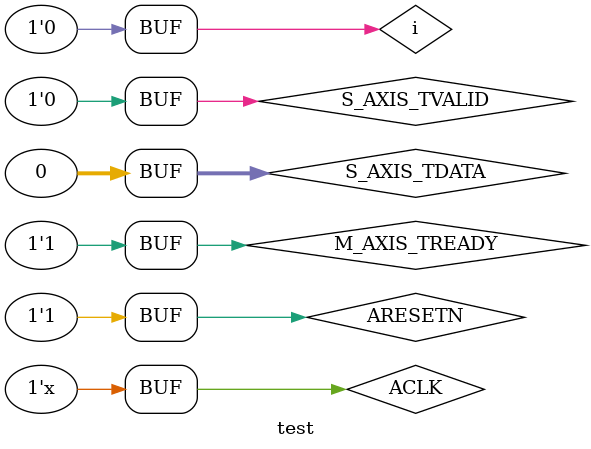
<source format=v>
`timescale 1ns / 1ps

module test(

    );
	reg ACLK, ARESETN;
    reg [31:0]S_AXIS_TDATA;
    reg S_AXIS_TVALID, M_AXIS_TREADY, S_AXIS_TLAST;
    wire [31:0]M_AXIS_TDATA;
    wire M_AXIS_TVALID, S_AXIS_TREADY;

    myip_v1_0 dut(ACLK,
        ARESETN,
        S_AXIS_TREADY,
        S_AXIS_TDATA,
        S_AXIS_TLAST,
        S_AXIS_TVALID,
        M_AXIS_TVALID,
        M_AXIS_TDATA,
        M_AXIS_TLAST,
        M_AXIS_TREADY);

    reg i;
    initial begin
        ACLK = 0;
        i = 0;
        #3;
        ARESETN = 0;
        #20; 
        ARESETN = 1; 
        M_AXIS_TREADY = 1;
        #10;
        S_AXIS_TVALID = 1;
        #10;
        S_AXIS_TDATA = 32'd196;
        #10;
        S_AXIS_TDATA = 32'd204;
        #10;
        S_AXIS_TDATA = 32'd200;
        #10;
        S_AXIS_TDATA = 32'd128;
        #10;
        S_AXIS_TDATA = 32'd228;
        #10;
        S_AXIS_TDATA = 32'd204;
        #10;
        S_AXIS_TDATA = 32'd128;
        #10;
        S_AXIS_TDATA = 32'd212;
        #10;
        S_AXIS_TDATA = 32'd200;
        #10;
        S_AXIS_TDATA = 32'd128;
        #10;
        S_AXIS_TDATA = 32'd192;
        #10;
        S_AXIS_TDATA = 32'd128;
        #10;
        S_AXIS_TDATA = 32'd228;
        #10;
        S_AXIS_TDATA = 32'd204;
        #10;
        S_AXIS_TDATA = 32'd128;
        #10;
        S_AXIS_TDATA = 32'd196;
        #10;
        S_AXIS_TDATA = 32'd220;
        #10;
        S_AXIS_TDATA = 32'd196;
        #10;
        S_AXIS_TDATA = 32'd128;
        #10;
        S_AXIS_TDATA = 32'd200;
        #10;
        S_AXIS_TDATA = 32'd192;
        #10;
        S_AXIS_TDATA = 32'd220;
        #10;
        S_AXIS_TDATA = 32'd128;
        #10;
        S_AXIS_TDATA = 32'd200;
        #10;
        S_AXIS_TDATA = 32'd228;
        #10;
        S_AXIS_TDATA = 32'd128;
        #10;
        S_AXIS_TDATA = 32'd200;
        #10;
        S_AXIS_TDATA = 32'd212;
        #10;
        S_AXIS_TDATA = 32'd212;
        #10;
        S_AXIS_TDATA = 32'd128;
        #10;
        S_AXIS_TDATA = 32'd196;
        #10;
        S_AXIS_TDATA = 32'd224;
        #10;
        S_AXIS_TDATA = 32'd220;
        #10;
        S_AXIS_TDATA = 32'd128;
        #10;
        S_AXIS_TDATA = 32'd196;
        #10;
        S_AXIS_TDATA = 32'd220;
        #10;
        S_AXIS_TDATA = 32'd208;
        #10;
        S_AXIS_TDATA = 32'd128;
        #10;
        S_AXIS_TDATA = 32'd196;
        #10;
        S_AXIS_TDATA = 32'd212;
        #10;
        S_AXIS_TDATA = 32'd212;
        #10;
        S_AXIS_TDATA = 32'd128;
        #10;
        S_AXIS_TDATA = 32'd200;
        #10;
        S_AXIS_TDATA = 32'd196;
        #10;
        S_AXIS_TDATA = 32'd192;
        #10;
        S_AXIS_TDATA = 32'd52;
        #10;
        S_AXIS_TDATA = 32'd40;
        #10;
        S_AXIS_TDATA = 32'd196;
        #10;
        S_AXIS_TDATA = 32'd228;
        #10;
        S_AXIS_TDATA = 32'd204;
        #10;
        S_AXIS_TDATA = 32'd128;
        #10;
        S_AXIS_TDATA = 32'd224;
        #10;
        S_AXIS_TDATA = 32'd228;
        #10;
        S_AXIS_TDATA = 32'd128;
        #10;
        S_AXIS_TDATA = 32'd196;
        #10;
        S_AXIS_TDATA = 32'd224;
        #10;
        S_AXIS_TDATA = 32'd200;
        #10;
        S_AXIS_TDATA = 32'd128;
        #10;
        S_AXIS_TDATA = 32'd224;
        #10;
        S_AXIS_TDATA = 32'd208;
        #10;
        S_AXIS_TDATA = 32'd128;
        #10;
        S_AXIS_TDATA = 32'd196;
        #10;
        S_AXIS_TDATA = 32'd192;
        #10;
        S_AXIS_TDATA = 32'd200;
        #10;
        S_AXIS_TDATA = 32'd128;
        #10;
        S_AXIS_TDATA = 32'd196;
        #10;
        S_AXIS_TDATA = 32'd208;
        #10;
        S_AXIS_TDATA = 32'd208;
        #10;
        S_AXIS_TDATA = 32'd128;
        #10;
        S_AXIS_TDATA = 32'd196;
        #10;
        S_AXIS_TDATA = 32'd228;
        #10;
        S_AXIS_TDATA = 32'd192;
        #10;
        S_AXIS_TDATA = 32'd128;
        #10;
        S_AXIS_TDATA = 32'd212;
        #10;
        S_AXIS_TDATA = 32'd212;
        #10;
        S_AXIS_TDATA = 32'd128;
        #10;
        S_AXIS_TDATA = 32'd200;
        #10;
        S_AXIS_TDATA = 32'd192;
        #10;
        S_AXIS_TDATA = 32'd216;
        #10;
        S_AXIS_TDATA = 32'd128;
        #10;
        S_AXIS_TDATA = 32'd196;
        #10;
        S_AXIS_TDATA = 32'd208;
        #10;
        S_AXIS_TDATA = 32'd204;
        #10;
        S_AXIS_TDATA = 32'd128;
        #10;
        S_AXIS_TDATA = 32'd200;
        #10;
        S_AXIS_TDATA = 32'd192;
        #10;
        S_AXIS_TDATA = 32'd220;
        #10;
        S_AXIS_TDATA = 32'd128;
        #10;
        S_AXIS_TDATA = 32'd196;
        #10;
        S_AXIS_TDATA = 32'd228;
        #10;
        S_AXIS_TDATA = 32'd216;
        #10;
        S_AXIS_TDATA = 32'd128;
        #10;
        S_AXIS_TDATA = 32'd200;
        #10;
        S_AXIS_TDATA = 32'd204;
        #10;
        S_AXIS_TDATA = 32'd204;
        #10;
        S_AXIS_TDATA = 32'd52;
        #10;
        S_AXIS_TDATA = 32'd40;
        #10;
        S_AXIS_TDATA = 32'd196;
        #10;
        S_AXIS_TDATA = 32'd228;
        #10;
        S_AXIS_TDATA = 32'd204;
        #10;
        S_AXIS_TDATA = 32'd128;
        #10;
        S_AXIS_TDATA = 32'd228;
        #10;
        S_AXIS_TDATA = 32'd208;
        #10;
        S_AXIS_TDATA = 32'd128;
        #10;
        S_AXIS_TDATA = 32'd196;
        #10;
        S_AXIS_TDATA = 32'd208;
        #10;
        S_AXIS_TDATA = 32'd192;
        #10;
        S_AXIS_TDATA = 32'd128;
        #10;
        S_AXIS_TDATA = 32'd200;
        #10;
        S_AXIS_TDATA = 32'd204;
        #10;
        S_AXIS_TDATA = 32'd128;
        #10;
        S_AXIS_TDATA = 32'd196;
        #10;
        S_AXIS_TDATA = 32'd220;
        #10;
        S_AXIS_TDATA = 32'd224;
        #10;
        S_AXIS_TDATA = 32'd128;
        #10;
        S_AXIS_TDATA = 32'd200;
        #10;
        S_AXIS_TDATA = 32'd212;
        #10;
        S_AXIS_TDATA = 32'd212;
        #10;
        S_AXIS_TDATA = 32'd128;
        #10;
        S_AXIS_TDATA = 32'd200;
        #10;
        S_AXIS_TDATA = 32'd204;
        #10;
        S_AXIS_TDATA = 32'd224;
        #10;
        S_AXIS_TDATA = 32'd128;
        #10;
        S_AXIS_TDATA = 32'd196;
        #10;
        S_AXIS_TDATA = 32'd192;
        #10;
        S_AXIS_TDATA = 32'd216;
        #10;
        S_AXIS_TDATA = 32'd128;
        #10;
        S_AXIS_TDATA = 32'd196;
        #10;
        S_AXIS_TDATA = 32'd212;
        #10;
        S_AXIS_TDATA = 32'd228;
        #10;
        S_AXIS_TDATA = 32'd128;
        #10;
        S_AXIS_TDATA = 32'd196;
        #10;
        S_AXIS_TDATA = 32'd224;
        #10;
        S_AXIS_TDATA = 32'd204;
        #10;
        S_AXIS_TDATA = 32'd128;
        #10;
        S_AXIS_TDATA = 32'd196;
        #10;
        S_AXIS_TDATA = 32'd208;
        #10;
        S_AXIS_TDATA = 32'd204;
        #10;
        S_AXIS_TDATA = 32'd128;
        #10;
        S_AXIS_TDATA = 32'd196;
        #10;
        S_AXIS_TDATA = 32'd224;
        #10;
        S_AXIS_TDATA = 32'd216;
        #10;
        S_AXIS_TDATA = 32'd128;
        #10;
        S_AXIS_TDATA = 32'd200;
        #10;
        S_AXIS_TDATA = 32'd196;
        #10;
        S_AXIS_TDATA = 32'd224;
        #10;
        S_AXIS_TDATA = 32'd52;
        #10;
        S_AXIS_TDATA = 32'd40;
        #10;
        S_AXIS_TDATA = 32'd196;
        #10;
        S_AXIS_TDATA = 32'd224;
        #10;
        S_AXIS_TDATA = 32'd228;
        #10;
        S_AXIS_TDATA = 32'd128;
        #10;
        S_AXIS_TDATA = 32'd196;
        #10;
        S_AXIS_TDATA = 32'd192;
        #10;
        S_AXIS_TDATA = 32'd204;
        #10;
        S_AXIS_TDATA = 32'd128;
        #10;
        S_AXIS_TDATA = 32'd200;
        #10;
        S_AXIS_TDATA = 32'd192;
        #10;
        S_AXIS_TDATA = 32'd196;
        #10;
        S_AXIS_TDATA = 32'd128;
        #10;
        S_AXIS_TDATA = 32'd224;
        #10;
        S_AXIS_TDATA = 32'd200;
        #10;
        S_AXIS_TDATA = 32'd128;
        #10;
        S_AXIS_TDATA = 32'd196;
        #10;
        S_AXIS_TDATA = 32'd228;
        #10;
        S_AXIS_TDATA = 32'd216;
        #10;
        S_AXIS_TDATA = 32'd128;
        #10;
        S_AXIS_TDATA = 32'd200;
        #10;
        S_AXIS_TDATA = 32'd192;
        #10;
        S_AXIS_TDATA = 32'd192;
        #10;
        S_AXIS_TDATA = 32'd128;
        #10;
        S_AXIS_TDATA = 32'd196;
        #10;
        S_AXIS_TDATA = 32'd220;
        #10;
        S_AXIS_TDATA = 32'd220;
        #10;
        S_AXIS_TDATA = 32'd128;
        #10;
        S_AXIS_TDATA = 32'd196;
        #10;
        S_AXIS_TDATA = 32'd208;
        #10;
        S_AXIS_TDATA = 32'd200;
        #10;
        S_AXIS_TDATA = 32'd128;
        #10;
        S_AXIS_TDATA = 32'd196;
        #10;
        S_AXIS_TDATA = 32'd204;
        #10;
        S_AXIS_TDATA = 32'd224;
        #10;
        S_AXIS_TDATA = 32'd128;
        #10;
        S_AXIS_TDATA = 32'd196;
        #10;
        S_AXIS_TDATA = 32'd216;
        #10;
        S_AXIS_TDATA = 32'd200;
        #10;
        S_AXIS_TDATA = 32'd128;
        #10;
        S_AXIS_TDATA = 32'd196;
        #10;
        S_AXIS_TDATA = 32'd220;
        #10;
        S_AXIS_TDATA = 32'd216;
        #10;
        S_AXIS_TDATA = 32'd128;
        #10;
        S_AXIS_TDATA = 32'd196;
        #10;
        S_AXIS_TDATA = 32'd212;
        #10;
        S_AXIS_TDATA = 32'd220;
        #10;
        S_AXIS_TDATA = 32'd128;
        #10;
        S_AXIS_TDATA = 32'd200;
        #10;
        S_AXIS_TDATA = 32'd212;
        #10;
        S_AXIS_TDATA = 32'd212;
        #10;
        S_AXIS_TDATA = 32'd52;
        #10;
        S_AXIS_TDATA = 32'd40;
        #10;
        S_AXIS_TDATA = 32'd196;
        #10;
        S_AXIS_TDATA = 32'd224;
        #10;
        S_AXIS_TDATA = 32'd216;
        #10;
        S_AXIS_TDATA = 32'd128;
        #10;
        S_AXIS_TDATA = 32'd228;
        #10;
        S_AXIS_TDATA = 32'd192;
        #10;
        S_AXIS_TDATA = 32'd128;
        #10;
        S_AXIS_TDATA = 32'd196;
        #10;
        S_AXIS_TDATA = 32'd192;
        #10;
        S_AXIS_TDATA = 32'd196;
        #10;
        S_AXIS_TDATA = 32'd128;
        #10;
        S_AXIS_TDATA = 32'd216;
        #10;
        S_AXIS_TDATA = 32'd228;
        #10;
        S_AXIS_TDATA = 32'd128;
        #10;
        S_AXIS_TDATA = 32'd200;
        #10;
        S_AXIS_TDATA = 32'd196;
        #10;
        S_AXIS_TDATA = 32'd192;
        #10;
        S_AXIS_TDATA = 32'd128;
        #10;
        S_AXIS_TDATA = 32'd196;
        #10;
        S_AXIS_TDATA = 32'd212;
        #10;
        S_AXIS_TDATA = 32'd228;
        #10;
        S_AXIS_TDATA = 32'd128;
        #10;
        S_AXIS_TDATA = 32'd196;
        #10;
        S_AXIS_TDATA = 32'd224;
        #10;
        S_AXIS_TDATA = 32'd208;
        #10;
        S_AXIS_TDATA = 32'd128;
        #10;
        S_AXIS_TDATA = 32'd212;
        #10;
        S_AXIS_TDATA = 32'd192;
        #10;
        S_AXIS_TDATA = 32'd128;
        #10;
        S_AXIS_TDATA = 32'd196;
        #10;
        S_AXIS_TDATA = 32'd204;
        #10;
        S_AXIS_TDATA = 32'd196;
        #10;
        S_AXIS_TDATA = 32'd128;
        #10;
        S_AXIS_TDATA = 32'd196;
        #10;
        S_AXIS_TDATA = 32'd212;
        #10;
        S_AXIS_TDATA = 32'd192;
        #10;
        S_AXIS_TDATA = 32'd128;
        #10;
        S_AXIS_TDATA = 32'd196;
        #10;
        S_AXIS_TDATA = 32'd196;
        #10;
        S_AXIS_TDATA = 32'd224;
        #10;
        S_AXIS_TDATA = 32'd128;
        #10;
        S_AXIS_TDATA = 32'd196;
        #10;
        S_AXIS_TDATA = 32'd224;
        #10;
        S_AXIS_TDATA = 32'd196;
        #10;
        S_AXIS_TDATA = 32'd128;
        #10;
        S_AXIS_TDATA = 32'd196;
        #10;
        S_AXIS_TDATA = 32'd228;
        #10;
        S_AXIS_TDATA = 32'd200;
        #10;
        S_AXIS_TDATA = 32'd52;
        #10;
        S_AXIS_TDATA = 32'd40;
        #10;
        S_AXIS_TDATA = 32'd196;
        #10;
        S_AXIS_TDATA = 32'd220;
        #10;
        S_AXIS_TDATA = 32'd200;
        #10;
        S_AXIS_TDATA = 32'd128;
        #10;
        S_AXIS_TDATA = 32'd228;
        #10;
        S_AXIS_TDATA = 32'd204;
        #10;
        S_AXIS_TDATA = 32'd128;
        #10;
        S_AXIS_TDATA = 32'd196;
        #10;
        S_AXIS_TDATA = 32'd212;
        #10;
        S_AXIS_TDATA = 32'd192;
        #10;
        S_AXIS_TDATA = 32'd128;
        #10;
        S_AXIS_TDATA = 32'd196;
        #10;
        S_AXIS_TDATA = 32'd208;
        #10;
        S_AXIS_TDATA = 32'd220;
        #10;
        S_AXIS_TDATA = 32'd128;
        #10;
        S_AXIS_TDATA = 32'd200;
        #10;
        S_AXIS_TDATA = 32'd192;
        #10;
        S_AXIS_TDATA = 32'd196;
        #10;
        S_AXIS_TDATA = 32'd128;
        #10;
        S_AXIS_TDATA = 32'd196;
        #10;
        S_AXIS_TDATA = 32'd228;
        #10;
        S_AXIS_TDATA = 32'd216;
        #10;
        S_AXIS_TDATA = 32'd128;
        #10;
        S_AXIS_TDATA = 32'd196;
        #10;
        S_AXIS_TDATA = 32'd220;
        #10;
        S_AXIS_TDATA = 32'd216;
        #10;
        S_AXIS_TDATA = 32'd128;
        #10;
        S_AXIS_TDATA = 32'd208;
        #10;
        S_AXIS_TDATA = 32'd212;
        #10;
        S_AXIS_TDATA = 32'd128;
        #10;
        S_AXIS_TDATA = 32'd200;
        #10;
        S_AXIS_TDATA = 32'd200;
        #10;
        S_AXIS_TDATA = 32'd208;
        #10;
        S_AXIS_TDATA = 32'd128;
        #10;
        S_AXIS_TDATA = 32'd196;
        #10;
        S_AXIS_TDATA = 32'd216;
        #10;
        S_AXIS_TDATA = 32'd196;
        #10;
        S_AXIS_TDATA = 32'd128;
        #10;
        S_AXIS_TDATA = 32'd196;
        #10;
        S_AXIS_TDATA = 32'd204;
        #10;
        S_AXIS_TDATA = 32'd208;
        #10;
        S_AXIS_TDATA = 32'd128;
        #10;
        S_AXIS_TDATA = 32'd196;
        #10;
        S_AXIS_TDATA = 32'd216;
        #10;
        S_AXIS_TDATA = 32'd216;
        #10;
        S_AXIS_TDATA = 32'd128;
        #10;
        S_AXIS_TDATA = 32'd200;
        #10;
        S_AXIS_TDATA = 32'd192;
        #10;
        S_AXIS_TDATA = 32'd208;
        #10;
        S_AXIS_TDATA = 32'd52;
        #10;
        S_AXIS_TDATA = 32'd40;
        #10;
        S_AXIS_TDATA = 32'd200;
        #10;
        S_AXIS_TDATA = 32'd200;
        #10;
        S_AXIS_TDATA = 32'd208;
        #10;
        S_AXIS_TDATA = 32'd128;
        #10;
        S_AXIS_TDATA = 32'd228;
        #10;
        S_AXIS_TDATA = 32'd200;
        #10;
        S_AXIS_TDATA = 32'd128;
        #10;
        S_AXIS_TDATA = 32'd196;
        #10;
        S_AXIS_TDATA = 32'd196;
        #10;
        S_AXIS_TDATA = 32'd200;
        #10;
        S_AXIS_TDATA = 32'd128;
        #10;
        S_AXIS_TDATA = 32'd216;
        #10;
        S_AXIS_TDATA = 32'd220;
        #10;
        S_AXIS_TDATA = 32'd128;
        #10;
        S_AXIS_TDATA = 32'd200;
        #10;
        S_AXIS_TDATA = 32'd196;
        #10;
        S_AXIS_TDATA = 32'd192;
        #10;
        S_AXIS_TDATA = 32'd128;
        #10;
        S_AXIS_TDATA = 32'd200;
        #10;
        S_AXIS_TDATA = 32'd200;
        #10;
        S_AXIS_TDATA = 32'd196;
        #10;
        S_AXIS_TDATA = 32'd128;
        #10;
        S_AXIS_TDATA = 32'd196;
        #10;
        S_AXIS_TDATA = 32'd228;
        #10;
        S_AXIS_TDATA = 32'd192;
        #10;
        S_AXIS_TDATA = 32'd128;
        #10;
        S_AXIS_TDATA = 32'd220;
        #10;
        S_AXIS_TDATA = 32'd216;
        #10;
        S_AXIS_TDATA = 32'd128;
        #10;
        S_AXIS_TDATA = 32'd196;
        #10;
        S_AXIS_TDATA = 32'd220;
        #10;
        S_AXIS_TDATA = 32'd220;
        #10;
        S_AXIS_TDATA = 32'd128;
        #10;
        S_AXIS_TDATA = 32'd196;
        #10;
        S_AXIS_TDATA = 32'd216;
        #10;
        S_AXIS_TDATA = 32'd208;
        #10;
        S_AXIS_TDATA = 32'd128;
        #10;
        S_AXIS_TDATA = 32'd196;
        #10;
        S_AXIS_TDATA = 32'd200;
        #10;
        S_AXIS_TDATA = 32'd204;
        #10;
        S_AXIS_TDATA = 32'd128;
        #10;
        S_AXIS_TDATA = 32'd196;
        #10;
        S_AXIS_TDATA = 32'd228;
        #10;
        S_AXIS_TDATA = 32'd196;
        #10;
        S_AXIS_TDATA = 32'd128;
        #10;
        S_AXIS_TDATA = 32'd196;
        #10;
        S_AXIS_TDATA = 32'd220;
        #10;
        S_AXIS_TDATA = 32'd204;
        #10;
        S_AXIS_TDATA = 32'd52;
        #10;
        S_AXIS_TDATA = 32'd40;
        #10;
        S_AXIS_TDATA = 32'd196;
        #10;
        S_AXIS_TDATA = 32'd212;
        #10;
        S_AXIS_TDATA = 32'd196;
        #10;
        S_AXIS_TDATA = 32'd128;
        #10;
        S_AXIS_TDATA = 32'd196;
        #10;
        S_AXIS_TDATA = 32'd192;
        #10;
        S_AXIS_TDATA = 32'd220;
        #10;
        S_AXIS_TDATA = 32'd128;
        #10;
        S_AXIS_TDATA = 32'd200;
        #10;
        S_AXIS_TDATA = 32'd192;
        #10;
        S_AXIS_TDATA = 32'd196;
        #10;
        S_AXIS_TDATA = 32'd128;
        #10;
        S_AXIS_TDATA = 32'd220;
        #10;
        S_AXIS_TDATA = 32'd216;
        #10;
        S_AXIS_TDATA = 32'd128;
        #10;
        S_AXIS_TDATA = 32'd196;
        #10;
        S_AXIS_TDATA = 32'd204;
        #10;
        S_AXIS_TDATA = 32'd224;
        #10;
        S_AXIS_TDATA = 32'd128;
        #10;
        S_AXIS_TDATA = 32'd200;
        #10;
        S_AXIS_TDATA = 32'd192;
        #10;
        S_AXIS_TDATA = 32'd192;
        #10;
        S_AXIS_TDATA = 32'd128;
        #10;
        S_AXIS_TDATA = 32'd200;
        #10;
        S_AXIS_TDATA = 32'd192;
        #10;
        S_AXIS_TDATA = 32'd212;
        #10;
        S_AXIS_TDATA = 32'd128;
        #10;
        S_AXIS_TDATA = 32'd196;
        #10;
        S_AXIS_TDATA = 32'd192;
        #10;
        S_AXIS_TDATA = 32'd196;
        #10;
        S_AXIS_TDATA = 32'd128;
        #10;
        S_AXIS_TDATA = 32'd196;
        #10;
        S_AXIS_TDATA = 32'd204;
        #10;
        S_AXIS_TDATA = 32'd216;
        #10;
        S_AXIS_TDATA = 32'd128;
        #10;
        S_AXIS_TDATA = 32'd196;
        #10;
        S_AXIS_TDATA = 32'd212;
        #10;
        S_AXIS_TDATA = 32'd208;
        #10;
        S_AXIS_TDATA = 32'd128;
        #10;
        S_AXIS_TDATA = 32'd196;
        #10;
        S_AXIS_TDATA = 32'd216;
        #10;
        S_AXIS_TDATA = 32'd192;
        #10;
        S_AXIS_TDATA = 32'd128;
        #10;
        S_AXIS_TDATA = 32'd196;
        #10;
        S_AXIS_TDATA = 32'd208;
        #10;
        S_AXIS_TDATA = 32'd228;
        #10;
        S_AXIS_TDATA = 32'd128;
        #10;
        S_AXIS_TDATA = 32'd200;
        #10;
        S_AXIS_TDATA = 32'd204;
        #10;
        S_AXIS_TDATA = 32'd208;
        #10;
        S_AXIS_TDATA = 32'd52;
        #10;
        S_AXIS_TDATA = 32'd40;
        #10;
        S_AXIS_TDATA = 32'd196;
        #10;
        S_AXIS_TDATA = 32'd224;
        #10;
        S_AXIS_TDATA = 32'd212;
        #10;
        S_AXIS_TDATA = 32'd128;
        #10;
        S_AXIS_TDATA = 32'd220;
        #10;
        S_AXIS_TDATA = 32'd216;
        #10;
        S_AXIS_TDATA = 32'd128;
        #10;
        S_AXIS_TDATA = 32'd196;
        #10;
        S_AXIS_TDATA = 32'd212;
        #10;
        S_AXIS_TDATA = 32'd228;
        #10;
        S_AXIS_TDATA = 32'd128;
        #10;
        S_AXIS_TDATA = 32'd220;
        #10;
        S_AXIS_TDATA = 32'd208;
        #10;
        S_AXIS_TDATA = 32'd128;
        #10;
        S_AXIS_TDATA = 32'd196;
        #10;
        S_AXIS_TDATA = 32'd216;
        #10;
        S_AXIS_TDATA = 32'd212;
        #10;
        S_AXIS_TDATA = 32'd128;
        #10;
        S_AXIS_TDATA = 32'd200;
        #10;
        S_AXIS_TDATA = 32'd208;
        #10;
        S_AXIS_TDATA = 32'd196;
        #10;
        S_AXIS_TDATA = 32'd128;
        #10;
        S_AXIS_TDATA = 32'd200;
        #10;
        S_AXIS_TDATA = 32'd204;
        #10;
        S_AXIS_TDATA = 32'd204;
        #10;
        S_AXIS_TDATA = 32'd128;
        #10;
        S_AXIS_TDATA = 32'd208;
        #10;
        S_AXIS_TDATA = 32'd192;
        #10;
        S_AXIS_TDATA = 32'd128;
        #10;
        S_AXIS_TDATA = 32'd196;
        #10;
        S_AXIS_TDATA = 32'd220;
        #10;
        S_AXIS_TDATA = 32'd224;
        #10;
        S_AXIS_TDATA = 32'd128;
        #10;
        S_AXIS_TDATA = 32'd196;
        #10;
        S_AXIS_TDATA = 32'd220;
        #10;
        S_AXIS_TDATA = 32'd216;
        #10;
        S_AXIS_TDATA = 32'd128;
        #10;
        S_AXIS_TDATA = 32'd196;
        #10;
        S_AXIS_TDATA = 32'd192;
        #10;
        S_AXIS_TDATA = 32'd228;
        #10;
        S_AXIS_TDATA = 32'd128;
        #10;
        S_AXIS_TDATA = 32'd196;
        #10;
        S_AXIS_TDATA = 32'd212;
        #10;
        S_AXIS_TDATA = 32'd196;
        #10;
        S_AXIS_TDATA = 32'd128;
        #10;
        S_AXIS_TDATA = 32'd200;
        #10;
        S_AXIS_TDATA = 32'd204;
        #10;
        S_AXIS_TDATA = 32'd220;
        #10;
        S_AXIS_TDATA = 32'd52;
        #10;
        S_AXIS_TDATA = 32'd40;
        #10;
        S_AXIS_TDATA = 32'd208;
        #10;
        S_AXIS_TDATA = 32'd228;
        #10;
        S_AXIS_TDATA = 32'd128;
        #10;
        S_AXIS_TDATA = 32'd196;
        #10;
        S_AXIS_TDATA = 32'd228;
        #10;
        S_AXIS_TDATA = 32'd196;
        #10;
        S_AXIS_TDATA = 32'd128;
        #10;
        S_AXIS_TDATA = 32'd208;
        #10;
        S_AXIS_TDATA = 32'd200;
        #10;
        S_AXIS_TDATA = 32'd128;
        #10;
        S_AXIS_TDATA = 32'd196;
        #10;
        S_AXIS_TDATA = 32'd196;
        #10;
        S_AXIS_TDATA = 32'd228;
        #10;
        S_AXIS_TDATA = 32'd128;
        #10;
        S_AXIS_TDATA = 32'd220;
        #10;
        S_AXIS_TDATA = 32'd196;
        #10;
        S_AXIS_TDATA = 32'd128;
        #10;
        S_AXIS_TDATA = 32'd228;
        #10;
        S_AXIS_TDATA = 32'd224;
        #10;
        S_AXIS_TDATA = 32'd128;
        #10;
        S_AXIS_TDATA = 32'd196;
        #10;
        S_AXIS_TDATA = 32'd192;
        #10;
        S_AXIS_TDATA = 32'd204;
        #10;
        S_AXIS_TDATA = 32'd128;
        #10;
        S_AXIS_TDATA = 32'd196;
        #10;
        S_AXIS_TDATA = 32'd204;
        #10;
        S_AXIS_TDATA = 32'd200;
        #10;
        S_AXIS_TDATA = 32'd128;
        #10;
        S_AXIS_TDATA = 32'd196;
        #10;
        S_AXIS_TDATA = 32'd212;
        #10;
        S_AXIS_TDATA = 32'd228;
        #10;
        S_AXIS_TDATA = 32'd128;
        #10;
        S_AXIS_TDATA = 32'd200;
        #10;
        S_AXIS_TDATA = 32'd208;
        #10;
        S_AXIS_TDATA = 32'd128;
        #10;
        S_AXIS_TDATA = 32'd196;
        #10;
        S_AXIS_TDATA = 32'd200;
        #10;
        S_AXIS_TDATA = 32'd192;
        #10;
        S_AXIS_TDATA = 32'd128;
        #10;
        S_AXIS_TDATA = 32'd196;
        #10;
        S_AXIS_TDATA = 32'd216;
        #10;
        S_AXIS_TDATA = 32'd224;
        #10;
        S_AXIS_TDATA = 32'd128;
        #10;
        S_AXIS_TDATA = 32'd228;
        #10;
        S_AXIS_TDATA = 32'd196;
        #10;
        S_AXIS_TDATA = 32'd52;
        #10;
        S_AXIS_TDATA = 32'd40;
        #10;
        S_AXIS_TDATA = 32'd216;
        #10;
        S_AXIS_TDATA = 32'd128;
        #10;
        S_AXIS_TDATA = 32'd196;
        #10;
        S_AXIS_TDATA = 32'd204;
        #10;
        S_AXIS_TDATA = 32'd200;
        #10;
        S_AXIS_TDATA = 32'd128;
        #10;
        S_AXIS_TDATA = 32'd196;
        #10;
        S_AXIS_TDATA = 32'd208;
        #10;
        S_AXIS_TDATA = 32'd192;
        #10;
        S_AXIS_TDATA = 32'd128;
        #10;
        S_AXIS_TDATA = 32'd196;
        #10;
        S_AXIS_TDATA = 32'd204;
        #10;
        S_AXIS_TDATA = 32'd224;
        #10;
        S_AXIS_TDATA = 32'd128;
        #10;
        S_AXIS_TDATA = 32'd196;
        #10;
        S_AXIS_TDATA = 32'd196;
        #10;
        S_AXIS_TDATA = 32'd196;
        #10;
        S_AXIS_TDATA = 32'd128;
        #10;
        S_AXIS_TDATA = 32'd196;
        #10;
        S_AXIS_TDATA = 32'd228;
        #10;
        S_AXIS_TDATA = 32'd192;
        #10;
        S_AXIS_TDATA = 32'd128;
        #10;
        S_AXIS_TDATA = 32'd196;
        #10;
        S_AXIS_TDATA = 32'd220;
        #10;
        S_AXIS_TDATA = 32'd220;
        #10;
        S_AXIS_TDATA = 32'd128;
        #10;
        S_AXIS_TDATA = 32'd196;
        #10;
        S_AXIS_TDATA = 32'd192;
        #10;
        S_AXIS_TDATA = 32'd216;
        #10;
        S_AXIS_TDATA = 32'd128;
        #10;
        S_AXIS_TDATA = 32'd196;
        #10;
        S_AXIS_TDATA = 32'd212;
        #10;
        S_AXIS_TDATA = 32'd212;
        #10;
        S_AXIS_TDATA = 32'd128;
        #10;
        S_AXIS_TDATA = 32'd220;
        #10;
        S_AXIS_TDATA = 32'd224;
        #10;
        S_AXIS_TDATA = 32'd128;
        #10;
        S_AXIS_TDATA = 32'd224;
        #10;
        S_AXIS_TDATA = 32'd208;
        #10;
        S_AXIS_TDATA = 32'd128;
        #10;
        S_AXIS_TDATA = 32'd196;
        #10;
        S_AXIS_TDATA = 32'd228;
        #10;
        S_AXIS_TDATA = 32'd224;
        #10;
        S_AXIS_TDATA = 32'd128;
        #10;
        S_AXIS_TDATA = 32'd196;
        #10;
        S_AXIS_TDATA = 32'd192;
        #10;
        S_AXIS_TDATA = 32'd204;
        #10;
        S_AXIS_TDATA = 32'd52;
        #10;
        S_AXIS_TDATA = 32'd40;
        #10;
        S_AXIS_TDATA = 32'd196;
        #10;
        S_AXIS_TDATA = 32'd208;
        #10;
        S_AXIS_TDATA = 32'd128;
        #10;
        S_AXIS_TDATA = 32'd196;
        #10;
        S_AXIS_TDATA = 32'd196;
        #10;
        S_AXIS_TDATA = 32'd200;
        #10;
        S_AXIS_TDATA = 32'd128;
        #10;
        S_AXIS_TDATA = 32'd200;
        #10;
        S_AXIS_TDATA = 32'd212;
        #10;
        S_AXIS_TDATA = 32'd212;
        #10;
        S_AXIS_TDATA = 32'd128;
        #10;
        S_AXIS_TDATA = 32'd200;
        #10;
        S_AXIS_TDATA = 32'd212;
        #10;
        S_AXIS_TDATA = 32'd212;
        #10;
        S_AXIS_TDATA = 32'd128;
        #10;
        S_AXIS_TDATA = 32'd200;
        #10;
        S_AXIS_TDATA = 32'd196;
        #10;
        S_AXIS_TDATA = 32'd208;
        #10;
        S_AXIS_TDATA = 32'd128;
        #10;
        S_AXIS_TDATA = 32'd200;
        #10;
        S_AXIS_TDATA = 32'd196;
        #10;
        S_AXIS_TDATA = 32'd224;
        #10;
        S_AXIS_TDATA = 32'd128;
        #10;
        S_AXIS_TDATA = 32'd200;
        #10;
        S_AXIS_TDATA = 32'd212;
        #10;
        S_AXIS_TDATA = 32'd212;
        #10;
        S_AXIS_TDATA = 32'd128;
        #10;
        S_AXIS_TDATA = 32'd196;
        #10;
        S_AXIS_TDATA = 32'd224;
        #10;
        S_AXIS_TDATA = 32'd208;
        #10;
        S_AXIS_TDATA = 32'd128;
        #10;
        S_AXIS_TDATA = 32'd196;
        #10;
        S_AXIS_TDATA = 32'd212;
        #10;
        S_AXIS_TDATA = 32'd228;
        #10;
        S_AXIS_TDATA = 32'd128;
        #10;
        S_AXIS_TDATA = 32'd196;
        #10;
        S_AXIS_TDATA = 32'd212;
        #10;
        S_AXIS_TDATA = 32'd208;
        #10;
        S_AXIS_TDATA = 32'd128;
        #10;
        S_AXIS_TDATA = 32'd196;
        #10;
        S_AXIS_TDATA = 32'd200;
        #10;
        S_AXIS_TDATA = 32'd192;
        #10;
        S_AXIS_TDATA = 32'd128;
        #10;
        S_AXIS_TDATA = 32'd200;
        #10;
        S_AXIS_TDATA = 32'd200;
        #10;
        S_AXIS_TDATA = 32'd212;
        #10;
        S_AXIS_TDATA = 32'd128;
        #10;
        S_AXIS_TDATA = 32'd220;
        #10;
        S_AXIS_TDATA = 32'd196;
        #10;
        S_AXIS_TDATA = 32'd52;
        #10;
        S_AXIS_TDATA = 32'd40;
        #10;
        S_AXIS_TDATA = 32'd224;
        #10;
        S_AXIS_TDATA = 32'd200;
        #10;
        S_AXIS_TDATA = 32'd128;
        #10;
        S_AXIS_TDATA = 32'd200;
        #10;
        S_AXIS_TDATA = 32'd208;
        #10;
        S_AXIS_TDATA = 32'd224;
        #10;
        S_AXIS_TDATA = 32'd128;
        #10;
        S_AXIS_TDATA = 32'd200;
        #10;
        S_AXIS_TDATA = 32'd196;
        #10;
        S_AXIS_TDATA = 32'd204;
        #10;
        S_AXIS_TDATA = 32'd128;
        #10;
        S_AXIS_TDATA = 32'd200;
        #10;
        S_AXIS_TDATA = 32'd212;
        #10;
        S_AXIS_TDATA = 32'd212;
        #10;
        S_AXIS_TDATA = 32'd128;
        #10;
        S_AXIS_TDATA = 32'd196;
        #10;
        S_AXIS_TDATA = 32'd204;
        #10;
        S_AXIS_TDATA = 32'd224;
        #10;
        S_AXIS_TDATA = 32'd128;
        #10;
        S_AXIS_TDATA = 32'd196;
        #10;
        S_AXIS_TDATA = 32'd196;
        #10;
        S_AXIS_TDATA = 32'd224;
        #10;
        S_AXIS_TDATA = 32'd128;
        #10;
        S_AXIS_TDATA = 32'd196;
        #10;
        S_AXIS_TDATA = 32'd204;
        #10;
        S_AXIS_TDATA = 32'd208;
        #10;
        S_AXIS_TDATA = 32'd128;
        #10;
        S_AXIS_TDATA = 32'd196;
        #10;
        S_AXIS_TDATA = 32'd216;
        #10;
        S_AXIS_TDATA = 32'd204;
        #10;
        S_AXIS_TDATA = 32'd128;
        #10;
        S_AXIS_TDATA = 32'd196;
        #10;
        S_AXIS_TDATA = 32'd208;
        #10;
        S_AXIS_TDATA = 32'd196;
        #10;
        S_AXIS_TDATA = 32'd128;
        #10;
        S_AXIS_TDATA = 32'd208;
        #10;
        S_AXIS_TDATA = 32'd216;
        #10;
        S_AXIS_TDATA = 32'd128;
        #10;
        S_AXIS_TDATA = 32'd196;
        #10;
        S_AXIS_TDATA = 32'd196;
        #10;
        S_AXIS_TDATA = 32'd224;
        #10;
        S_AXIS_TDATA = 32'd128;
        #10;
        S_AXIS_TDATA = 32'd196;
        #10;
        S_AXIS_TDATA = 32'd220;
        #10;
        S_AXIS_TDATA = 32'd208;
        #10;
        S_AXIS_TDATA = 32'd128;
        #10;
        S_AXIS_TDATA = 32'd212;
        #10;
        S_AXIS_TDATA = 32'd192;
        #10;
        S_AXIS_TDATA = 32'd52;
        #10;
        S_AXIS_TDATA = 32'd40;
        #10;
        S_AXIS_TDATA = 32'd196;
        #10;
        S_AXIS_TDATA = 32'd204;
        #10;
        S_AXIS_TDATA = 32'd200;
        #10;
        S_AXIS_TDATA = 32'd128;
        #10;
        S_AXIS_TDATA = 32'd200;
        #10;
        S_AXIS_TDATA = 32'd212;
        #10;
        S_AXIS_TDATA = 32'd212;
        #10;
        S_AXIS_TDATA = 32'd128;
        #10;
        S_AXIS_TDATA = 32'd220;
        #10;
        S_AXIS_TDATA = 32'd204;
        #10;
        S_AXIS_TDATA = 32'd128;
        #10;
        S_AXIS_TDATA = 32'd196;
        #10;
        S_AXIS_TDATA = 32'd216;
        #10;
        S_AXIS_TDATA = 32'd216;
        #10;
        S_AXIS_TDATA = 32'd128;
        #10;
        S_AXIS_TDATA = 32'd216;
        #10;
        S_AXIS_TDATA = 32'd216;
        #10;
        S_AXIS_TDATA = 32'd128;
        #10;
        S_AXIS_TDATA = 32'd196;
        #10;
        S_AXIS_TDATA = 32'd216;
        #10;
        S_AXIS_TDATA = 32'd196;
        #10;
        S_AXIS_TDATA = 32'd128;
        #10;
        S_AXIS_TDATA = 32'd196;
        #10;
        S_AXIS_TDATA = 32'd216;
        #10;
        S_AXIS_TDATA = 32'd224;
        #10;
        S_AXIS_TDATA = 32'd128;
        #10;
        S_AXIS_TDATA = 32'd228;
        #10;
        S_AXIS_TDATA = 32'd216;
        #10;
        S_AXIS_TDATA = 32'd128;
        #10;
        S_AXIS_TDATA = 32'd196;
        #10;
        S_AXIS_TDATA = 32'd220;
        #10;
        S_AXIS_TDATA = 32'd212;
        #10;
        S_AXIS_TDATA = 32'd128;
        #10;
        S_AXIS_TDATA = 32'd216;
        #10;
        S_AXIS_TDATA = 32'd192;
        #10;
        S_AXIS_TDATA = 32'd128;
        #10;
        S_AXIS_TDATA = 32'd216;
        #10;
        S_AXIS_TDATA = 32'd208;
        #10;
        S_AXIS_TDATA = 32'd128;
        #10;
        S_AXIS_TDATA = 32'd196;
        #10;
        S_AXIS_TDATA = 32'd220;
        #10;
        S_AXIS_TDATA = 32'd200;
        #10;
        S_AXIS_TDATA = 32'd128;
        #10;
        S_AXIS_TDATA = 32'd212;
        #10;
        S_AXIS_TDATA = 32'd204;
        #10;
        S_AXIS_TDATA = 32'd52;
        #10;
        S_AXIS_TDATA = 32'd40;
        #10;
        S_AXIS_TDATA = 32'd204;
        #10;
        S_AXIS_TDATA = 32'd228;
        #10;
        S_AXIS_TDATA = 32'd128;
        #10;
        S_AXIS_TDATA = 32'd200;
        #10;
        S_AXIS_TDATA = 32'd208;
        #10;
        S_AXIS_TDATA = 32'd196;
        #10;
        S_AXIS_TDATA = 32'd128;
        #10;
        S_AXIS_TDATA = 32'd196;
        #10;
        S_AXIS_TDATA = 32'd204;
        #10;
        S_AXIS_TDATA = 32'd204;
        #10;
        S_AXIS_TDATA = 32'd128;
        #10;
        S_AXIS_TDATA = 32'd196;
        #10;
        S_AXIS_TDATA = 32'd212;
        #10;
        S_AXIS_TDATA = 32'd220;
        #10;
        S_AXIS_TDATA = 32'd128;
        #10;
        S_AXIS_TDATA = 32'd208;
        #10;
        S_AXIS_TDATA = 32'd224;
        #10;
        S_AXIS_TDATA = 32'd128;
        #10;
        S_AXIS_TDATA = 32'd196;
        #10;
        S_AXIS_TDATA = 32'd224;
        #10;
        S_AXIS_TDATA = 32'd216;
        #10;
        S_AXIS_TDATA = 32'd128;
        #10;
        S_AXIS_TDATA = 32'd196;
        #10;
        S_AXIS_TDATA = 32'd228;
        #10;
        S_AXIS_TDATA = 32'd200;
        #10;
        S_AXIS_TDATA = 32'd128;
        #10;
        S_AXIS_TDATA = 32'd212;
        #10;
        S_AXIS_TDATA = 32'd192;
        #10;
        S_AXIS_TDATA = 32'd128;
        #10;
        S_AXIS_TDATA = 32'd200;
        #10;
        S_AXIS_TDATA = 32'd212;
        #10;
        S_AXIS_TDATA = 32'd212;
        #10;
        S_AXIS_TDATA = 32'd128;
        #10;
        S_AXIS_TDATA = 32'd216;
        #10;
        S_AXIS_TDATA = 32'd216;
        #10;
        S_AXIS_TDATA = 32'd128;
        #10;
        S_AXIS_TDATA = 32'd220;
        #10;
        S_AXIS_TDATA = 32'd192;
        #10;
        S_AXIS_TDATA = 32'd128;
        #10;
        S_AXIS_TDATA = 32'd200;
        #10;
        S_AXIS_TDATA = 32'd200;
        #10;
        S_AXIS_TDATA = 32'd196;
        #10;
        S_AXIS_TDATA = 32'd128;
        #10;
        S_AXIS_TDATA = 32'd212;
        #10;
        S_AXIS_TDATA = 32'd204;
        #10;
        S_AXIS_TDATA = 32'd52;
        #10;
        S_AXIS_TDATA = 32'd40;
        #10;
        S_AXIS_TDATA = 32'd212;
        #10;
        S_AXIS_TDATA = 32'd212;
        #10;
        S_AXIS_TDATA = 32'd128;
        #10;
        S_AXIS_TDATA = 32'd196;
        #10;
        S_AXIS_TDATA = 32'd196;
        #10;
        S_AXIS_TDATA = 32'd224;
        #10;
        S_AXIS_TDATA = 32'd128;
        #10;
        S_AXIS_TDATA = 32'd224;
        #10;
        S_AXIS_TDATA = 32'd200;
        #10;
        S_AXIS_TDATA = 32'd128;
        #10;
        S_AXIS_TDATA = 32'd196;
        #10;
        S_AXIS_TDATA = 32'd212;
        #10;
        S_AXIS_TDATA = 32'd220;
        #10;
        S_AXIS_TDATA = 32'd128;
        #10;
        S_AXIS_TDATA = 32'd216;
        #10;
        S_AXIS_TDATA = 32'd200;
        #10;
        S_AXIS_TDATA = 32'd128;
        #10;
        S_AXIS_TDATA = 32'd196;
        #10;
        S_AXIS_TDATA = 32'd212;
        #10;
        S_AXIS_TDATA = 32'd228;
        #10;
        S_AXIS_TDATA = 32'd128;
        #10;
        S_AXIS_TDATA = 32'd196;
        #10;
        S_AXIS_TDATA = 32'd216;
        #10;
        S_AXIS_TDATA = 32'd224;
        #10;
        S_AXIS_TDATA = 32'd128;
        #10;
        S_AXIS_TDATA = 32'd196;
        #10;
        S_AXIS_TDATA = 32'd204;
        #10;
        S_AXIS_TDATA = 32'd200;
        #10;
        S_AXIS_TDATA = 32'd128;
        #10;
        S_AXIS_TDATA = 32'd196;
        #10;
        S_AXIS_TDATA = 32'd192;
        #10;
        S_AXIS_TDATA = 32'd196;
        #10;
        S_AXIS_TDATA = 32'd128;
        #10;
        S_AXIS_TDATA = 32'd216;
        #10;
        S_AXIS_TDATA = 32'd212;
        #10;
        S_AXIS_TDATA = 32'd128;
        #10;
        S_AXIS_TDATA = 32'd196;
        #10;
        S_AXIS_TDATA = 32'd192;
        #10;
        S_AXIS_TDATA = 32'd196;
        #10;
        S_AXIS_TDATA = 32'd128;
        #10;
        S_AXIS_TDATA = 32'd196;
        #10;
        S_AXIS_TDATA = 32'd224;
        #10;
        S_AXIS_TDATA = 32'd224;
        #10;
        S_AXIS_TDATA = 32'd128;
        #10;
        S_AXIS_TDATA = 32'd212;
        #10;
        S_AXIS_TDATA = 32'd204;
        #10;
        S_AXIS_TDATA = 32'd52;
        #10;
        S_AXIS_TDATA = 32'd40;
        #10;
        S_AXIS_TDATA = 32'd224;
        #10;
        S_AXIS_TDATA = 32'd204;
        #10;
        S_AXIS_TDATA = 32'd128;
        #10;
        S_AXIS_TDATA = 32'd224;
        #10;
        S_AXIS_TDATA = 32'd200;
        #10;
        S_AXIS_TDATA = 32'd128;
        #10;
        S_AXIS_TDATA = 32'd196;
        #10;
        S_AXIS_TDATA = 32'd196;
        #10;
        S_AXIS_TDATA = 32'd192;
        #10;
        S_AXIS_TDATA = 32'd128;
        #10;
        S_AXIS_TDATA = 32'd196;
        #10;
        S_AXIS_TDATA = 32'd216;
        #10;
        S_AXIS_TDATA = 32'd216;
        #10;
        S_AXIS_TDATA = 32'd128;
        #10;
        S_AXIS_TDATA = 32'd216;
        #10;
        S_AXIS_TDATA = 32'd216;
        #10;
        S_AXIS_TDATA = 32'd128;
        #10;
        S_AXIS_TDATA = 32'd196;
        #10;
        S_AXIS_TDATA = 32'd220;
        #10;
        S_AXIS_TDATA = 32'd204;
        #10;
        S_AXIS_TDATA = 32'd128;
        #10;
        S_AXIS_TDATA = 32'd200;
        #10;
        S_AXIS_TDATA = 32'd192;
        #10;
        S_AXIS_TDATA = 32'd192;
        #10;
        S_AXIS_TDATA = 32'd128;
        #10;
        S_AXIS_TDATA = 32'd196;
        #10;
        S_AXIS_TDATA = 32'd208;
        #10;
        S_AXIS_TDATA = 32'd200;
        #10;
        S_AXIS_TDATA = 32'd128;
        #10;
        S_AXIS_TDATA = 32'd196;
        #10;
        S_AXIS_TDATA = 32'd208;
        #10;
        S_AXIS_TDATA = 32'd224;
        #10;
        S_AXIS_TDATA = 32'd128;
        #10;
        S_AXIS_TDATA = 32'd228;
        #10;
        S_AXIS_TDATA = 32'd220;
        #10;
        S_AXIS_TDATA = 32'd128;
        #10;
        S_AXIS_TDATA = 32'd212;
        #10;
        S_AXIS_TDATA = 32'd204;
        #10;
        S_AXIS_TDATA = 32'd128;
        #10;
        S_AXIS_TDATA = 32'd196;
        #10;
        S_AXIS_TDATA = 32'd208;
        #10;
        S_AXIS_TDATA = 32'd228;
        #10;
        S_AXIS_TDATA = 32'd128;
        #10;
        S_AXIS_TDATA = 32'd208;
        #10;
        S_AXIS_TDATA = 32'd224;
        #10;
        S_AXIS_TDATA = 32'd52;
        #10;
        S_AXIS_TDATA = 32'd40;
        #10;
        S_AXIS_TDATA = 32'd204;
        #10;
        S_AXIS_TDATA = 32'd204;
        #10;
        S_AXIS_TDATA = 32'd128;
        #10;
        S_AXIS_TDATA = 32'd196;
        #10;
        S_AXIS_TDATA = 32'd196;
        #10;
        S_AXIS_TDATA = 32'd216;
        #10;
        S_AXIS_TDATA = 32'd128;
        #10;
        S_AXIS_TDATA = 32'd200;
        #10;
        S_AXIS_TDATA = 32'd200;
        #10;
        S_AXIS_TDATA = 32'd208;
        #10;
        S_AXIS_TDATA = 32'd128;
        #10;
        S_AXIS_TDATA = 32'd200;
        #10;
        S_AXIS_TDATA = 32'd212;
        #10;
        S_AXIS_TDATA = 32'd212;
        #10;
        S_AXIS_TDATA = 32'd128;
        #10;
        S_AXIS_TDATA = 32'd228;
        #10;
        S_AXIS_TDATA = 32'd204;
        #10;
        S_AXIS_TDATA = 32'd128;
        #10;
        S_AXIS_TDATA = 32'd196;
        #10;
        S_AXIS_TDATA = 32'd196;
        #10;
        S_AXIS_TDATA = 32'd196;
        #10;
        S_AXIS_TDATA = 32'd128;
        #10;
        S_AXIS_TDATA = 32'd196;
        #10;
        S_AXIS_TDATA = 32'd208;
        #10;
        S_AXIS_TDATA = 32'd200;
        #10;
        S_AXIS_TDATA = 32'd128;
        #10;
        S_AXIS_TDATA = 32'd200;
        #10;
        S_AXIS_TDATA = 32'd208;
        #10;
        S_AXIS_TDATA = 32'd192;
        #10;
        S_AXIS_TDATA = 32'd128;
        #10;
        S_AXIS_TDATA = 32'd196;
        #10;
        S_AXIS_TDATA = 32'd208;
        #10;
        S_AXIS_TDATA = 32'd220;
        #10;
        S_AXIS_TDATA = 32'd128;
        #10;
        S_AXIS_TDATA = 32'd220;
        #10;
        S_AXIS_TDATA = 32'd196;
        #10;
        S_AXIS_TDATA = 32'd128;
        #10;
        S_AXIS_TDATA = 32'd196;
        #10;
        S_AXIS_TDATA = 32'd204;
        #10;
        S_AXIS_TDATA = 32'd200;
        #10;
        S_AXIS_TDATA = 32'd128;
        #10;
        S_AXIS_TDATA = 32'd196;
        #10;
        S_AXIS_TDATA = 32'd196;
        #10;
        S_AXIS_TDATA = 32'd204;
        #10;
        S_AXIS_TDATA = 32'd128;
        #10;
        S_AXIS_TDATA = 32'd220;
        #10;
        S_AXIS_TDATA = 32'd196;
        #10;
        S_AXIS_TDATA = 32'd52;
        #10;
        S_AXIS_TDATA = 32'd40;
        #10;
        S_AXIS_TDATA = 32'd220;
        #10;
        S_AXIS_TDATA = 32'd224;
        #10;
        S_AXIS_TDATA = 32'd128;
        #10;
        S_AXIS_TDATA = 32'd224;
        #10;
        S_AXIS_TDATA = 32'd224;
        #10;
        S_AXIS_TDATA = 32'd128;
        #10;
        S_AXIS_TDATA = 32'd196;
        #10;
        S_AXIS_TDATA = 32'd196;
        #10;
        S_AXIS_TDATA = 32'd200;
        #10;
        S_AXIS_TDATA = 32'd128;
        #10;
        S_AXIS_TDATA = 32'd200;
        #10;
        S_AXIS_TDATA = 32'd200;
        #10;
        S_AXIS_TDATA = 32'd208;
        #10;
        S_AXIS_TDATA = 32'd128;
        #10;
        S_AXIS_TDATA = 32'd220;
        #10;
        S_AXIS_TDATA = 32'd212;
        #10;
        S_AXIS_TDATA = 32'd128;
        #10;
        S_AXIS_TDATA = 32'd196;
        #10;
        S_AXIS_TDATA = 32'd200;
        #10;
        S_AXIS_TDATA = 32'd192;
        #10;
        S_AXIS_TDATA = 32'd128;
        #10;
        S_AXIS_TDATA = 32'd196;
        #10;
        S_AXIS_TDATA = 32'd212;
        #10;
        S_AXIS_TDATA = 32'd212;
        #10;
        S_AXIS_TDATA = 32'd128;
        #10;
        S_AXIS_TDATA = 32'd196;
        #10;
        S_AXIS_TDATA = 32'd208;
        #10;
        S_AXIS_TDATA = 32'd224;
        #10;
        S_AXIS_TDATA = 32'd128;
        #10;
        S_AXIS_TDATA = 32'd196;
        #10;
        S_AXIS_TDATA = 32'd216;
        #10;
        S_AXIS_TDATA = 32'd204;
        #10;
        S_AXIS_TDATA = 32'd128;
        #10;
        S_AXIS_TDATA = 32'd208;
        #10;
        S_AXIS_TDATA = 32'd220;
        #10;
        S_AXIS_TDATA = 32'd128;
        #10;
        S_AXIS_TDATA = 32'd196;
        #10;
        S_AXIS_TDATA = 32'd192;
        #10;
        S_AXIS_TDATA = 32'd228;
        #10;
        S_AXIS_TDATA = 32'd128;
        #10;
        S_AXIS_TDATA = 32'd196;
        #10;
        S_AXIS_TDATA = 32'd208;
        #10;
        S_AXIS_TDATA = 32'd204;
        #10;
        S_AXIS_TDATA = 32'd128;
        #10;
        S_AXIS_TDATA = 32'd208;
        #10;
        S_AXIS_TDATA = 32'd216;
        #10;
        S_AXIS_TDATA = 32'd52;
        #10;
        S_AXIS_TDATA = 32'd40;
        #10;
        S_AXIS_TDATA = 32'd212;
        #10;
        S_AXIS_TDATA = 32'd200;
        #10;
        S_AXIS_TDATA = 32'd128;
        #10;
        S_AXIS_TDATA = 32'd200;
        #10;
        S_AXIS_TDATA = 32'd208;
        #10;
        S_AXIS_TDATA = 32'd192;
        #10;
        S_AXIS_TDATA = 32'd128;
        #10;
        S_AXIS_TDATA = 32'd196;
        #10;
        S_AXIS_TDATA = 32'd204;
        #10;
        S_AXIS_TDATA = 32'd196;
        #10;
        S_AXIS_TDATA = 32'd128;
        #10;
        S_AXIS_TDATA = 32'd196;
        #10;
        S_AXIS_TDATA = 32'd220;
        #10;
        S_AXIS_TDATA = 32'd216;
        #10;
        S_AXIS_TDATA = 32'd128;
        #10;
        S_AXIS_TDATA = 32'd208;
        #10;
        S_AXIS_TDATA = 32'd192;
        #10;
        S_AXIS_TDATA = 32'd128;
        #10;
        S_AXIS_TDATA = 32'd196;
        #10;
        S_AXIS_TDATA = 32'd192;
        #10;
        S_AXIS_TDATA = 32'd224;
        #10;
        S_AXIS_TDATA = 32'd128;
        #10;
        S_AXIS_TDATA = 32'd196;
        #10;
        S_AXIS_TDATA = 32'd196;
        #10;
        S_AXIS_TDATA = 32'd192;
        #10;
        S_AXIS_TDATA = 32'd128;
        #10;
        S_AXIS_TDATA = 32'd196;
        #10;
        S_AXIS_TDATA = 32'd212;
        #10;
        S_AXIS_TDATA = 32'd224;
        #10;
        S_AXIS_TDATA = 32'd128;
        #10;
        S_AXIS_TDATA = 32'd196;
        #10;
        S_AXIS_TDATA = 32'd192;
        #10;
        S_AXIS_TDATA = 32'd196;
        #10;
        S_AXIS_TDATA = 32'd128;
        #10;
        S_AXIS_TDATA = 32'd216;
        #10;
        S_AXIS_TDATA = 32'd192;
        #10;
        S_AXIS_TDATA = 32'd128;
        #10;
        S_AXIS_TDATA = 32'd224;
        #10;
        S_AXIS_TDATA = 32'd196;
        #10;
        S_AXIS_TDATA = 32'd128;
        #10;
        S_AXIS_TDATA = 32'd196;
        #10;
        S_AXIS_TDATA = 32'd200;
        #10;
        S_AXIS_TDATA = 32'd208;
        #10;
        S_AXIS_TDATA = 32'd128;
        #10;
        S_AXIS_TDATA = 32'd228;
        #10;
        S_AXIS_TDATA = 32'd208;
        #10;
        S_AXIS_TDATA = 32'd52;
        #10;
        S_AXIS_TDATA = 32'd40;
        #10;
        S_AXIS_TDATA = 32'd216;
        #10;
        S_AXIS_TDATA = 32'd212;
        #10;
        S_AXIS_TDATA = 32'd128;
        #10;
        S_AXIS_TDATA = 32'd196;
        #10;
        S_AXIS_TDATA = 32'd216;
        #10;
        S_AXIS_TDATA = 32'd224;
        #10;
        S_AXIS_TDATA = 32'd128;
        #10;
        S_AXIS_TDATA = 32'd196;
        #10;
        S_AXIS_TDATA = 32'd196;
        #10;
        S_AXIS_TDATA = 32'd220;
        #10;
        S_AXIS_TDATA = 32'd128;
        #10;
        S_AXIS_TDATA = 32'd196;
        #10;
        S_AXIS_TDATA = 32'd196;
        #10;
        S_AXIS_TDATA = 32'd228;
        #10;
        S_AXIS_TDATA = 32'd128;
        #10;
        S_AXIS_TDATA = 32'd196;
        #10;
        S_AXIS_TDATA = 32'd196;
        #10;
        S_AXIS_TDATA = 32'd196;
        #10;
        S_AXIS_TDATA = 32'd128;
        #10;
        S_AXIS_TDATA = 32'd200;
        #10;
        S_AXIS_TDATA = 32'd196;
        #10;
        S_AXIS_TDATA = 32'd128;
        #10;
        S_AXIS_TDATA = 32'd200;
        #10;
        S_AXIS_TDATA = 32'd228;
        #10;
        S_AXIS_TDATA = 32'd128;
        #10;
        S_AXIS_TDATA = 32'd196;
        #10;
        S_AXIS_TDATA = 32'd208;
        #10;
        S_AXIS_TDATA = 32'd224;
        #10;
        S_AXIS_TDATA = 32'd128;
        #10;
        S_AXIS_TDATA = 32'd204;
        #10;
        S_AXIS_TDATA = 32'd200;
        #10;
        S_AXIS_TDATA = 32'd128;
        #10;
        S_AXIS_TDATA = 32'd196;
        #10;
        S_AXIS_TDATA = 32'd208;
        #10;
        S_AXIS_TDATA = 32'd192;
        #10;
        S_AXIS_TDATA = 32'd128;
        #10;
        S_AXIS_TDATA = 32'd208;
        #10;
        S_AXIS_TDATA = 32'd212;
        #10;
        S_AXIS_TDATA = 32'd128;
        #10;
        S_AXIS_TDATA = 32'd212;
        #10;
        S_AXIS_TDATA = 32'd224;
        #10;
        S_AXIS_TDATA = 32'd128;
        #10;
        S_AXIS_TDATA = 32'd224;
        #10;
        S_AXIS_TDATA = 32'd192;
        #10;
        S_AXIS_TDATA = 32'd52;
        #10;
        S_AXIS_TDATA = 32'd40;
        #10;
        S_AXIS_TDATA = 32'd196;
        #10;
        S_AXIS_TDATA = 32'd196;
        #10;
        S_AXIS_TDATA = 32'd192;
        #10;
        S_AXIS_TDATA = 32'd128;
        #10;
        S_AXIS_TDATA = 32'd196;
        #10;
        S_AXIS_TDATA = 32'd204;
        #10;
        S_AXIS_TDATA = 32'd196;
        #10;
        S_AXIS_TDATA = 32'd128;
        #10;
        S_AXIS_TDATA = 32'd196;
        #10;
        S_AXIS_TDATA = 32'd192;
        #10;
        S_AXIS_TDATA = 32'd224;
        #10;
        S_AXIS_TDATA = 32'd128;
        #10;
        S_AXIS_TDATA = 32'd196;
        #10;
        S_AXIS_TDATA = 32'd200;
        #10;
        S_AXIS_TDATA = 32'd224;
        #10;
        S_AXIS_TDATA = 32'd128;
        #10;
        S_AXIS_TDATA = 32'd216;
        #10;
        S_AXIS_TDATA = 32'd216;
        #10;
        S_AXIS_TDATA = 32'd128;
        #10;
        S_AXIS_TDATA = 32'd204;
        #10;
        S_AXIS_TDATA = 32'd212;
        #10;
        S_AXIS_TDATA = 32'd128;
        #10;
        S_AXIS_TDATA = 32'd204;
        #10;
        S_AXIS_TDATA = 32'd196;
        #10;
        S_AXIS_TDATA = 32'd128;
        #10;
        S_AXIS_TDATA = 32'd196;
        #10;
        S_AXIS_TDATA = 32'd224;
        #10;
        S_AXIS_TDATA = 32'd228;
        #10;
        S_AXIS_TDATA = 32'd128;
        #10;
        S_AXIS_TDATA = 32'd200;
        #10;
        S_AXIS_TDATA = 32'd200;
        #10;
        S_AXIS_TDATA = 32'd128;
        #10;
        S_AXIS_TDATA = 32'd200;
        #10;
        S_AXIS_TDATA = 32'd212;
        #10;
        S_AXIS_TDATA = 32'd212;
        #10;
        S_AXIS_TDATA = 32'd128;
        #10;
        S_AXIS_TDATA = 32'd200;
        #10;
        S_AXIS_TDATA = 32'd192;
        #10;
        S_AXIS_TDATA = 32'd128;
        #10;
        S_AXIS_TDATA = 32'd208;
        #10;
        S_AXIS_TDATA = 32'd192;
        #10;
        S_AXIS_TDATA = 32'd128;
        #10;
        S_AXIS_TDATA = 32'd220;
        #10;
        S_AXIS_TDATA = 32'd200;
        #10;
        S_AXIS_TDATA = 32'd52;
        #10;
        S_AXIS_TDATA = 32'd40;
        #10;
        S_AXIS_TDATA = 32'd200;
        #10;
        S_AXIS_TDATA = 32'd196;
        #10;
        S_AXIS_TDATA = 32'd228;
        #10;
        S_AXIS_TDATA = 32'd128;
        #10;
        S_AXIS_TDATA = 32'd196;
        #10;
        S_AXIS_TDATA = 32'd204;
        #10;
        S_AXIS_TDATA = 32'd224;
        #10;
        S_AXIS_TDATA = 32'd128;
        #10;
        S_AXIS_TDATA = 32'd196;
        #10;
        S_AXIS_TDATA = 32'd212;
        #10;
        S_AXIS_TDATA = 32'd208;
        #10;
        S_AXIS_TDATA = 32'd128;
        #10;
        S_AXIS_TDATA = 32'd196;
        #10;
        S_AXIS_TDATA = 32'd204;
        #10;
        S_AXIS_TDATA = 32'd224;
        #10;
        S_AXIS_TDATA = 32'd128;
        #10;
        S_AXIS_TDATA = 32'd224;
        #10;
        S_AXIS_TDATA = 32'd228;
        #10;
        S_AXIS_TDATA = 32'd128;
        #10;
        S_AXIS_TDATA = 32'd216;
        #10;
        S_AXIS_TDATA = 32'd212;
        #10;
        S_AXIS_TDATA = 32'd128;
        #10;
        S_AXIS_TDATA = 32'd208;
        #10;
        S_AXIS_TDATA = 32'd204;
        #10;
        S_AXIS_TDATA = 32'd128;
        #10;
        S_AXIS_TDATA = 32'd196;
        #10;
        S_AXIS_TDATA = 32'd216;
        #10;
        S_AXIS_TDATA = 32'd224;
        #10;
        S_AXIS_TDATA = 32'd128;
        #10;
        S_AXIS_TDATA = 32'd224;
        #10;
        S_AXIS_TDATA = 32'd228;
        #10;
        S_AXIS_TDATA = 32'd128;
        #10;
        S_AXIS_TDATA = 32'd200;
        #10;
        S_AXIS_TDATA = 32'd212;
        #10;
        S_AXIS_TDATA = 32'd212;
        #10;
        S_AXIS_TDATA = 32'd128;
        #10;
        S_AXIS_TDATA = 32'd204;
        #10;
        S_AXIS_TDATA = 32'd208;
        #10;
        S_AXIS_TDATA = 32'd128;
        #10;
        S_AXIS_TDATA = 32'd208;
        #10;
        S_AXIS_TDATA = 32'd220;
        #10;
        S_AXIS_TDATA = 32'd128;
        #10;
        S_AXIS_TDATA = 32'd196;
        #10;
        S_AXIS_TDATA = 32'd196;
        #10;
        S_AXIS_TDATA = 32'd192;
        #10;
        S_AXIS_TDATA = 32'd52;
        #10;
        S_AXIS_TDATA = 32'd40;
        #10;
        S_AXIS_TDATA = 32'd196;
        #10;
        S_AXIS_TDATA = 32'd224;
        #10;
        S_AXIS_TDATA = 32'd208;
        #10;
        S_AXIS_TDATA = 32'd128;
        #10;
        S_AXIS_TDATA = 32'd200;
        #10;
        S_AXIS_TDATA = 32'd212;
        #10;
        S_AXIS_TDATA = 32'd212;
        #10;
        S_AXIS_TDATA = 32'd128;
        #10;
        S_AXIS_TDATA = 32'd196;
        #10;
        S_AXIS_TDATA = 32'd208;
        #10;
        S_AXIS_TDATA = 32'd220;
        #10;
        S_AXIS_TDATA = 32'd128;
        #10;
        S_AXIS_TDATA = 32'd196;
        #10;
        S_AXIS_TDATA = 32'd208;
        #10;
        S_AXIS_TDATA = 32'd220;
        #10;
        S_AXIS_TDATA = 32'd128;
        #10;
        S_AXIS_TDATA = 32'd196;
        #10;
        S_AXIS_TDATA = 32'd192;
        #10;
        S_AXIS_TDATA = 32'd220;
        #10;
        S_AXIS_TDATA = 32'd128;
        #10;
        S_AXIS_TDATA = 32'd216;
        #10;
        S_AXIS_TDATA = 32'd212;
        #10;
        S_AXIS_TDATA = 32'd128;
        #10;
        S_AXIS_TDATA = 32'd204;
        #10;
        S_AXIS_TDATA = 32'd220;
        #10;
        S_AXIS_TDATA = 32'd128;
        #10;
        S_AXIS_TDATA = 32'd200;
        #10;
        S_AXIS_TDATA = 32'd192;
        #10;
        S_AXIS_TDATA = 32'd228;
        #10;
        S_AXIS_TDATA = 32'd128;
        #10;
        S_AXIS_TDATA = 32'd216;
        #10;
        S_AXIS_TDATA = 32'd228;
        #10;
        S_AXIS_TDATA = 32'd128;
        #10;
        S_AXIS_TDATA = 32'd200;
        #10;
        S_AXIS_TDATA = 32'd192;
        #10;
        S_AXIS_TDATA = 32'd196;
        #10;
        S_AXIS_TDATA = 32'd128;
        #10;
        S_AXIS_TDATA = 32'd204;
        #10;
        S_AXIS_TDATA = 32'd228;
        #10;
        S_AXIS_TDATA = 32'd128;
        #10;
        S_AXIS_TDATA = 32'd208;
        #10;
        S_AXIS_TDATA = 32'd228;
        #10;
        S_AXIS_TDATA = 32'd128;
        #10;
        S_AXIS_TDATA = 32'd196;
        #10;
        S_AXIS_TDATA = 32'd200;
        #10;
        S_AXIS_TDATA = 32'd220;
        #10;
        S_AXIS_TDATA = 32'd52;
        #10;
        S_AXIS_TDATA = 32'd40;
        #10;
        S_AXIS_TDATA = 32'd196;
        #10;
        S_AXIS_TDATA = 32'd212;
        #10;
        S_AXIS_TDATA = 32'd228;
        #10;
        S_AXIS_TDATA = 32'd128;
        #10;
        S_AXIS_TDATA = 32'd200;
        #10;
        S_AXIS_TDATA = 32'd196;
        #10;
        S_AXIS_TDATA = 32'd224;
        #10;
        S_AXIS_TDATA = 32'd128;
        #10;
        S_AXIS_TDATA = 32'd196;
        #10;
        S_AXIS_TDATA = 32'd212;
        #10;
        S_AXIS_TDATA = 32'd208;
        #10;
        S_AXIS_TDATA = 32'd128;
        #10;
        S_AXIS_TDATA = 32'd196;
        #10;
        S_AXIS_TDATA = 32'd228;
        #10;
        S_AXIS_TDATA = 32'd212;
        #10;
        S_AXIS_TDATA = 32'd128;
        #10;
        S_AXIS_TDATA = 32'd196;
        #10;
        S_AXIS_TDATA = 32'd204;
        #10;
        S_AXIS_TDATA = 32'd224;
        #10;
        S_AXIS_TDATA = 32'd128;
        #10;
        S_AXIS_TDATA = 32'd220;
        #10;
        S_AXIS_TDATA = 32'd220;
        #10;
        S_AXIS_TDATA = 32'd128;
        #10;
        S_AXIS_TDATA = 32'd208;
        #10;
        S_AXIS_TDATA = 32'd216;
        #10;
        S_AXIS_TDATA = 32'd128;
        #10;
        S_AXIS_TDATA = 32'd196;
        #10;
        S_AXIS_TDATA = 32'd216;
        #10;
        S_AXIS_TDATA = 32'd204;
        #10;
        S_AXIS_TDATA = 32'd128;
        #10;
        S_AXIS_TDATA = 32'd196;
        #10;
        S_AXIS_TDATA = 32'd192;
        #10;
        S_AXIS_TDATA = 32'd224;
        #10;
        S_AXIS_TDATA = 32'd128;
        #10;
        S_AXIS_TDATA = 32'd196;
        #10;
        S_AXIS_TDATA = 32'd228;
        #10;
        S_AXIS_TDATA = 32'd192;
        #10;
        S_AXIS_TDATA = 32'd128;
        #10;
        S_AXIS_TDATA = 32'd212;
        #10;
        S_AXIS_TDATA = 32'd216;
        #10;
        S_AXIS_TDATA = 32'd128;
        #10;
        S_AXIS_TDATA = 32'd204;
        #10;
        S_AXIS_TDATA = 32'd204;
        #10;
        S_AXIS_TDATA = 32'd128;
        #10;
        S_AXIS_TDATA = 32'd196;
        #10;
        S_AXIS_TDATA = 32'd200;
        #10;
        S_AXIS_TDATA = 32'd228;
        #10;
        S_AXIS_TDATA = 32'd52;
        #10;
        S_AXIS_TDATA = 32'd40;
        #10;
        S_AXIS_TDATA = 32'd196;
        #10;
        S_AXIS_TDATA = 32'd208;
        #10;
        S_AXIS_TDATA = 32'd228;
        #10;
        S_AXIS_TDATA = 32'd128;
        #10;
        S_AXIS_TDATA = 32'd200;
        #10;
        S_AXIS_TDATA = 32'd204;
        #10;
        S_AXIS_TDATA = 32'd228;
        #10;
        S_AXIS_TDATA = 32'd128;
        #10;
        S_AXIS_TDATA = 32'd196;
        #10;
        S_AXIS_TDATA = 32'd192;
        #10;
        S_AXIS_TDATA = 32'd204;
        #10;
        S_AXIS_TDATA = 32'd128;
        #10;
        S_AXIS_TDATA = 32'd196;
        #10;
        S_AXIS_TDATA = 32'd204;
        #10;
        S_AXIS_TDATA = 32'd224;
        #10;
        S_AXIS_TDATA = 32'd128;
        #10;
        S_AXIS_TDATA = 32'd200;
        #10;
        S_AXIS_TDATA = 32'd196;
        #10;
        S_AXIS_TDATA = 32'd228;
        #10;
        S_AXIS_TDATA = 32'd128;
        #10;
        S_AXIS_TDATA = 32'd212;
        #10;
        S_AXIS_TDATA = 32'd216;
        #10;
        S_AXIS_TDATA = 32'd128;
        #10;
        S_AXIS_TDATA = 32'd208;
        #10;
        S_AXIS_TDATA = 32'd200;
        #10;
        S_AXIS_TDATA = 32'd128;
        #10;
        S_AXIS_TDATA = 32'd196;
        #10;
        S_AXIS_TDATA = 32'd216;
        #10;
        S_AXIS_TDATA = 32'd204;
        #10;
        S_AXIS_TDATA = 32'd128;
        #10;
        S_AXIS_TDATA = 32'd196;
        #10;
        S_AXIS_TDATA = 32'd192;
        #10;
        S_AXIS_TDATA = 32'd196;
        #10;
        S_AXIS_TDATA = 32'd128;
        #10;
        S_AXIS_TDATA = 32'd200;
        #10;
        S_AXIS_TDATA = 32'd212;
        #10;
        S_AXIS_TDATA = 32'd212;
        #10;
        S_AXIS_TDATA = 32'd128;
        #10;
        S_AXIS_TDATA = 32'd200;
        #10;
        S_AXIS_TDATA = 32'd212;
        #10;
        S_AXIS_TDATA = 32'd128;
        #10;
        S_AXIS_TDATA = 32'd204;
        #10;
        S_AXIS_TDATA = 32'd204;
        #10;
        S_AXIS_TDATA = 32'd128;
        #10;
        S_AXIS_TDATA = 32'd196;
        #10;
        S_AXIS_TDATA = 32'd208;
        #10;
        S_AXIS_TDATA = 32'd216;
        #10;
        S_AXIS_TDATA = 32'd52;
        #10;
        S_AXIS_TDATA = 32'd40;
        #10;
        S_AXIS_TDATA = 32'd196;
        #10;
        S_AXIS_TDATA = 32'd208;
        #10;
        S_AXIS_TDATA = 32'd196;
        #10;
        S_AXIS_TDATA = 32'd128;
        #10;
        S_AXIS_TDATA = 32'd196;
        #10;
        S_AXIS_TDATA = 32'd208;
        #10;
        S_AXIS_TDATA = 32'd204;
        #10;
        S_AXIS_TDATA = 32'd128;
        #10;
        S_AXIS_TDATA = 32'd196;
        #10;
        S_AXIS_TDATA = 32'd200;
        #10;
        S_AXIS_TDATA = 32'd228;
        #10;
        S_AXIS_TDATA = 32'd128;
        #10;
        S_AXIS_TDATA = 32'd196;
        #10;
        S_AXIS_TDATA = 32'd204;
        #10;
        S_AXIS_TDATA = 32'd224;
        #10;
        S_AXIS_TDATA = 32'd128;
        #10;
        S_AXIS_TDATA = 32'd200;
        #10;
        S_AXIS_TDATA = 32'd196;
        #10;
        S_AXIS_TDATA = 32'd228;
        #10;
        S_AXIS_TDATA = 32'd128;
        #10;
        S_AXIS_TDATA = 32'd216;
        #10;
        S_AXIS_TDATA = 32'd200;
        #10;
        S_AXIS_TDATA = 32'd128;
        #10;
        S_AXIS_TDATA = 32'd208;
        #10;
        S_AXIS_TDATA = 32'd200;
        #10;
        S_AXIS_TDATA = 32'd128;
        #10;
        S_AXIS_TDATA = 32'd200;
        #10;
        S_AXIS_TDATA = 32'd196;
        #10;
        S_AXIS_TDATA = 32'd208;
        #10;
        S_AXIS_TDATA = 32'd128;
        #10;
        S_AXIS_TDATA = 32'd196;
        #10;
        S_AXIS_TDATA = 32'd196;
        #10;
        S_AXIS_TDATA = 32'd204;
        #10;
        S_AXIS_TDATA = 32'd128;
        #10;
        S_AXIS_TDATA = 32'd200;
        #10;
        S_AXIS_TDATA = 32'd208;
        #10;
        S_AXIS_TDATA = 32'd212;
        #10;
        S_AXIS_TDATA = 32'd128;
        #10;
        S_AXIS_TDATA = 32'd200;
        #10;
        S_AXIS_TDATA = 32'd224;
        #10;
        S_AXIS_TDATA = 32'd128;
        #10;
        S_AXIS_TDATA = 32'd204;
        #10;
        S_AXIS_TDATA = 32'd228;
        #10;
        S_AXIS_TDATA = 32'd128;
        #10;
        S_AXIS_TDATA = 32'd196;
        #10;
        S_AXIS_TDATA = 32'd208;
        #10;
        S_AXIS_TDATA = 32'd220;
        #10;
        S_AXIS_TDATA = 32'd52;
        #10;
        S_AXIS_TDATA = 32'd40;
        #10;
        S_AXIS_TDATA = 32'd200;
        #10;
        S_AXIS_TDATA = 32'd196;
        #10;
        S_AXIS_TDATA = 32'd220;
        #10;
        S_AXIS_TDATA = 32'd128;
        #10;
        S_AXIS_TDATA = 32'd200;
        #10;
        S_AXIS_TDATA = 32'd200;
        #10;
        S_AXIS_TDATA = 32'd228;
        #10;
        S_AXIS_TDATA = 32'd128;
        #10;
        S_AXIS_TDATA = 32'd200;
        #10;
        S_AXIS_TDATA = 32'd196;
        #10;
        S_AXIS_TDATA = 32'd212;
        #10;
        S_AXIS_TDATA = 32'd128;
        #10;
        S_AXIS_TDATA = 32'd200;
        #10;
        S_AXIS_TDATA = 32'd200;
        #10;
        S_AXIS_TDATA = 32'd208;
        #10;
        S_AXIS_TDATA = 32'd128;
        #10;
        S_AXIS_TDATA = 32'd196;
        #10;
        S_AXIS_TDATA = 32'd196;
        #10;
        S_AXIS_TDATA = 32'd196;
        #10;
        S_AXIS_TDATA = 32'd128;
        #10;
        S_AXIS_TDATA = 32'd196;
        #10;
        S_AXIS_TDATA = 32'd192;
        #10;
        S_AXIS_TDATA = 32'd204;
        #10;
        S_AXIS_TDATA = 32'd128;
        #10;
        S_AXIS_TDATA = 32'd208;
        #10;
        S_AXIS_TDATA = 32'd220;
        #10;
        S_AXIS_TDATA = 32'd128;
        #10;
        S_AXIS_TDATA = 32'd200;
        #10;
        S_AXIS_TDATA = 32'd204;
        #10;
        S_AXIS_TDATA = 32'd192;
        #10;
        S_AXIS_TDATA = 32'd128;
        #10;
        S_AXIS_TDATA = 32'd196;
        #10;
        S_AXIS_TDATA = 32'd192;
        #10;
        S_AXIS_TDATA = 32'd196;
        #10;
        S_AXIS_TDATA = 32'd128;
        #10;
        S_AXIS_TDATA = 32'd200;
        #10;
        S_AXIS_TDATA = 32'd208;
        #10;
        S_AXIS_TDATA = 32'd200;
        #10;
        S_AXIS_TDATA = 32'd128;
        #10;
        S_AXIS_TDATA = 32'd204;
        #10;
        S_AXIS_TDATA = 32'd196;
        #10;
        S_AXIS_TDATA = 32'd128;
        #10;
        S_AXIS_TDATA = 32'd204;
        #10;
        S_AXIS_TDATA = 32'd220;
        #10;
        S_AXIS_TDATA = 32'd128;
        #10;
        S_AXIS_TDATA = 32'd228;
        #10;
        S_AXIS_TDATA = 32'd192;
        #10;
        S_AXIS_TDATA = 32'd4294966608;
        #10;
        S_AXIS_TDATA = 32'd4294967233;
        #10;
        S_AXIS_TDATA = 32'd4294966280;
        #10;
        S_AXIS_TDATA = 32'd4294965672;
        #10;
        S_AXIS_TDATA = 32'd4294961584;
        #10;
        S_AXIS_TDATA = 32'd4294966108;
        #10;
        S_AXIS_TDATA = 32'd4294966771;
        #10;
        S_AXIS_TDATA = 32'd4294966579;
        #10;
        S_AXIS_TDATA = 32'd4294965888;
        #10;
        S_AXIS_TDATA = 32'd4294965571;
        #10;
        S_AXIS_TDATA = 32'd4294966995;
        #10;
        S_AXIS_TDATA = 32'd4294967060;
        #10;
        S_AXIS_TDATA = 32'd4294966803;
        #10;
        S_AXIS_TDATA = 32'd4294966260;
        #10;
        S_AXIS_TDATA = 32'd4294966881;
        #10;
        S_AXIS_TDATA = 32'd4294966495;
        #10;
        S_AXIS_TDATA = 32'd4294967190;
        #10;
        S_AXIS_TDATA = 32'd4294966534;
        #10;
        S_AXIS_TDATA = 32'd4294967033;
        #10;
        S_AXIS_TDATA = 32'd4294966361;
        #10;
        S_AXIS_TDATA = 32'd4294967007;
        #10;
        S_AXIS_TDATA = 32'd4294967272;
        #10;
        S_AXIS_TDATA = 32'd54;
        #10;
        S_AXIS_TDATA = 32'd4294966520;
        #10;
        S_AXIS_TDATA = 32'd4294966947;
        #10;
        S_AXIS_TDATA = 32'd4294966592;
        #10;
        S_AXIS_TDATA = 32'd490;
        #10;
        S_AXIS_TDATA = 32'd37;
        #10;
        S_AXIS_TDATA = 32'd133;
        #10;
        S_AXIS_TDATA = 32'd4294965650;
        #10;
        S_AXIS_TDATA = 32'd4294966111;
        #10;
        S_AXIS_TDATA = 32'd521;
        #10;
        S_AXIS_TDATA = 32'd472;
        #10;
        S_AXIS_TDATA = 32'd111;
        #10;
        S_AXIS_TDATA = 32'd4294966464;
        #10;
        S_AXIS_TDATA = 32'd4294965705;
        #10;
        S_AXIS_TDATA = 32'd4971;
        #10;
        S_AXIS_TDATA = 32'd715;
        #10;
        S_AXIS_TDATA = 32'd4325;
        #10;
        S_AXIS_TDATA = 32'd602;
        #10;
        S_AXIS_TDATA = 32'd119;
        #10;
        S_AXIS_TDATA = 32'd4294966090;
        #10;
        S_AXIS_TDATA = 32'd4294959058;
        #10;
        S_AXIS_TDATA = 32'd421;
        #10;
        S_AXIS_TDATA = 32'd4294963351;
        #10;
        S_AXIS_TDATA = 32'd2148;
        #10;
        S_AXIS_TDATA = 32'd4294961017;
        #10;
        S_AXIS_TDATA = 32'd4294961720;
        #10;
        S_AXIS_TDATA = 32'd2270;
        #10;
        S_AXIS_TDATA = 32'd820;
        #10;
        S_AXIS_TDATA = 32'd694;
        #10;
        S_AXIS_TDATA = 32'd4294967051;
        #10;
        S_AXIS_TDATA = 32'd780;
        #10;
        S_AXIS_TDATA = 32'd4294967144;
        #10;
        S_AXIS_TDATA = 32'd4294967163;
        #10;
        S_AXIS_TDATA = 32'd4294965205;
        #10;
        S_AXIS_TDATA = 32'd4294966569;
        #10;
        S_AXIS_TDATA = 32'd4294965811;
        #10;
        S_AXIS_TDATA = 32'd565;
        #10;
        S_AXIS_TDATA = 32'd4294966214;
        #10;
        S_AXIS_TDATA = 32'd4294966734;
        #10;
        S_AXIS_TDATA = 32'd4294966126;
        #10;
        S_AXIS_TDATA = 32'd7434;
        #10;
        S_AXIS_TDATA = 32'd1040;
        #10;
        S_AXIS_TDATA = 32'd4504;
        #10;
        S_AXIS_TDATA = 32'd4294962458;
        #10;
        S_AXIS_TDATA = 32'd1737;
        #10;
        S_AXIS_TDATA = 32'd4294965967;
        #10;
        S_AXIS_TDATA = 32'd2465;
        #10;
        S_AXIS_TDATA = 32'd791;
        #10;
        S_AXIS_TDATA = 32'd4294965583;
        #10;
        S_AXIS_TDATA = 32'd2100;
        #10;
        S_AXIS_TDATA = 32'd4294960669;
        #10;
        S_AXIS_TDATA = 32'd218;
        #10;
        S_AXIS_TDATA = 32'd7914;
        #10;
        S_AXIS_TDATA = 32'd1698;
        #10;
        S_AXIS_TDATA = 32'd935;
        #10;
        S_AXIS_TDATA = 32'd849;
        #10;
        S_AXIS_TDATA = 32'd4294965804;
        #10;
        S_AXIS_TDATA = 32'd382;
        #10;
        S_AXIS_TDATA = 32'd4294966221;
        #10;
        S_AXIS_TDATA = 32'd1278;
        #10;
        S_AXIS_TDATA = 32'd4294967007;
        #10;
        S_AXIS_TDATA = 32'd4294966023;
        #10;
        S_AXIS_TDATA = 32'd599;
        #10;
        S_AXIS_TDATA = 32'd4294966370;
        #10;
        S_AXIS_TDATA = 32'd75;
        #10;
        S_AXIS_TDATA = 32'd1967;
        #10;
        S_AXIS_TDATA = 32'd368;
        #10;
        S_AXIS_TDATA = 32'd4294966876;
        #10;
        S_AXIS_TDATA = 32'd4294967212;
        #10;
        S_AXIS_TDATA = 32'd722;
        #10;
        S_AXIS_TDATA = 32'd4294966247;
        #10;
        S_AXIS_TDATA = 32'd84;
        #10;
        S_AXIS_TDATA = 32'd4294966028;
        #10;
        S_AXIS_TDATA = 32'd4294965977;
        #10;
        S_AXIS_TDATA = 32'd4294966969;
        #10;
        S_AXIS_TDATA = 32'd381;
        #10;
        S_AXIS_TDATA = 32'd4294966315;
        #10;
        S_AXIS_TDATA = 32'd4294966979;
        #10;
        S_AXIS_TDATA = 32'd4294965798;
        #10;
        S_AXIS_TDATA = 32'd4294967171;
        #10;
        S_AXIS_TDATA = 32'd54;
        #10;
        S_AXIS_TDATA = 32'd4294967093;
        #10;
        S_AXIS_TDATA = 32'd334;
        #10;
        S_AXIS_TDATA = 32'd4294967027;
        #10;
        S_AXIS_TDATA = 32'd4294966533;
        #10;
        S_AXIS_TDATA = 32'd4294966022;
        #10;
        S_AXIS_TDATA = 32'd334;
        #10;
        S_AXIS_TDATA = 32'd4294966379;
        #10;
        S_AXIS_TDATA = 32'd394;
        #10;
        S_AXIS_TDATA = 32'd4294966350;
        #10;
        S_AXIS_TDATA = 32'd4294966145;
        #10;
        S_AXIS_TDATA = 32'd4294966991;
        #10;
        S_AXIS_TDATA = 32'd847;
        #10;
        S_AXIS_TDATA = 32'd126;
        #10;
        S_AXIS_TDATA = 32'd185;
        #10;
        S_AXIS_TDATA = 32'd4294965666;
        #10;
        S_AXIS_TDATA = 32'd67;
        #10;
        S_AXIS_TDATA = 32'd4294966206;
        #10;
        S_AXIS_TDATA = 32'd811;
        #10;
        S_AXIS_TDATA = 32'd289;
        #10;
        S_AXIS_TDATA = 32'd4294966318;
        #10;
        S_AXIS_TDATA = 32'd4294966647;
        #10;
        S_AXIS_TDATA = 32'd4294966341;
        #10;
        S_AXIS_TDATA = 32'd4294967179;
        #10;
        S_AXIS_TDATA = 32'd923;
        #10;
        S_AXIS_TDATA = 32'd4294966750;
        #10;
        S_AXIS_TDATA = 32'd4294965074;
        #10;
        S_AXIS_TDATA = 32'd214;
        #10;
        S_AXIS_TDATA = 32'd4294967051;
        #10;
        S_AXIS_TDATA = 32'd736;
        #10;
        S_AXIS_TDATA = 32'd4294967166;
        #10;
        S_AXIS_TDATA = 32'd313;
        #10;
        S_AXIS_TDATA = 32'd4294966132;
        #10;
        S_AXIS_TDATA = 32'd2451;
        #10;
        S_AXIS_TDATA = 32'd4294967156;
        #10;
        S_AXIS_TDATA = 32'd4294966683;
        #10;
        S_AXIS_TDATA = 32'd4294966070;
        #10;
        S_AXIS_TDATA = 32'd36;
        #10;
        S_AXIS_TDATA = 32'd698;
        #10;
        S_AXIS_TDATA = 32'd4294966779;
        #10;
        S_AXIS_TDATA = 32'd4294966270;
        #10;
        S_AXIS_TDATA = 32'd9249;
        #10;
        S_AXIS_TDATA = 32'd1055;
        #10;
        S_AXIS_TDATA = 32'd4294965436;
        #10;
        S_AXIS_TDATA = 32'd440;
        #10;
        S_AXIS_TDATA = 32'd373;
        #10;
        S_AXIS_TDATA = 32'd4294966773;
        #10;
        S_AXIS_TDATA = 32'd88;
        #10;
        S_AXIS_TDATA = 32'd722;
        #10
        S_AXIS_TVALID = 0;
        S_AXIS_TDATA = 0;
    end

    always begin
    	#5; ACLK = ~ACLK;
    end
        
        
endmodule

</source>
